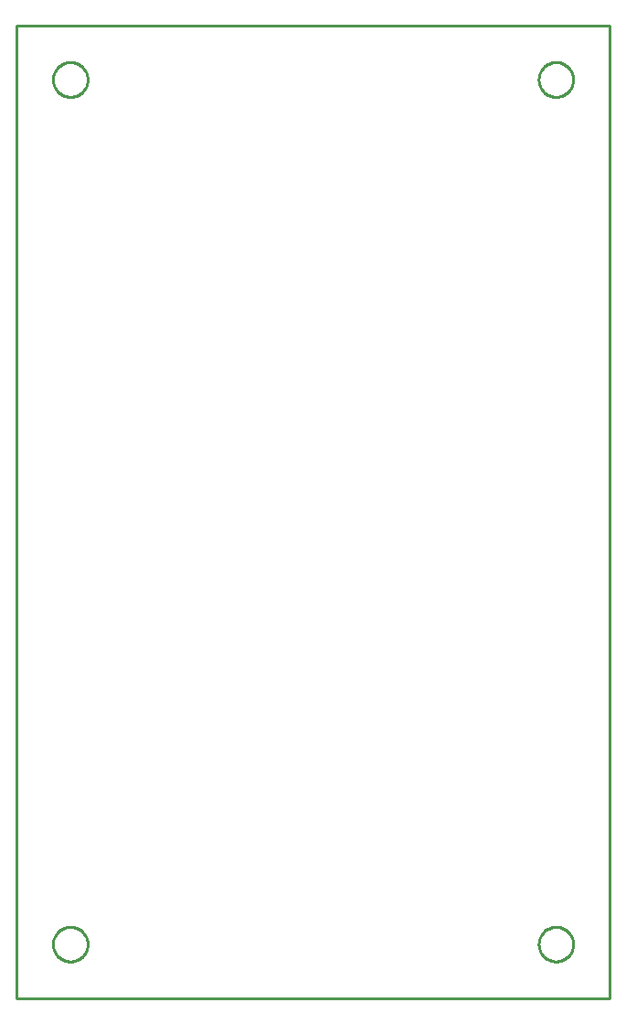
<source format=gbr>
G04 EAGLE Gerber RS-274X export*
G75*
%MOMM*%
%FSLAX34Y34*%
%LPD*%
%IN*%
%IPPOS*%
%AMOC8*
5,1,8,0,0,1.08239X$1,22.5*%
G01*
%ADD10C,0.254000*%


D10*
X0Y-900000D02*
X550000Y-900000D01*
X550000Y0D01*
X0Y0D01*
X0Y-900000D01*
X66000Y-850524D02*
X65932Y-851569D01*
X65795Y-852608D01*
X65590Y-853635D01*
X65319Y-854647D01*
X64983Y-855639D01*
X64582Y-856607D01*
X64118Y-857546D01*
X63595Y-858454D01*
X63013Y-859325D01*
X62375Y-860156D01*
X61684Y-860943D01*
X60943Y-861684D01*
X60156Y-862375D01*
X59325Y-863013D01*
X58454Y-863595D01*
X57546Y-864118D01*
X56607Y-864582D01*
X55639Y-864983D01*
X54647Y-865319D01*
X53635Y-865590D01*
X52608Y-865795D01*
X51569Y-865932D01*
X50524Y-866000D01*
X49476Y-866000D01*
X48431Y-865932D01*
X47392Y-865795D01*
X46365Y-865590D01*
X45353Y-865319D01*
X44361Y-864983D01*
X43393Y-864582D01*
X42454Y-864118D01*
X41546Y-863595D01*
X40675Y-863013D01*
X39844Y-862375D01*
X39057Y-861684D01*
X38316Y-860943D01*
X37625Y-860156D01*
X36988Y-859325D01*
X36406Y-858454D01*
X35882Y-857546D01*
X35418Y-856607D01*
X35017Y-855639D01*
X34681Y-854647D01*
X34410Y-853635D01*
X34205Y-852608D01*
X34069Y-851569D01*
X34000Y-850524D01*
X34000Y-849476D01*
X34069Y-848431D01*
X34205Y-847392D01*
X34410Y-846365D01*
X34681Y-845353D01*
X35017Y-844361D01*
X35418Y-843393D01*
X35882Y-842454D01*
X36406Y-841546D01*
X36988Y-840675D01*
X37625Y-839844D01*
X38316Y-839057D01*
X39057Y-838316D01*
X39844Y-837625D01*
X40675Y-836988D01*
X41546Y-836406D01*
X42454Y-835882D01*
X43393Y-835418D01*
X44361Y-835017D01*
X45353Y-834681D01*
X46365Y-834410D01*
X47392Y-834205D01*
X48431Y-834069D01*
X49476Y-834000D01*
X50524Y-834000D01*
X51569Y-834069D01*
X52608Y-834205D01*
X53635Y-834410D01*
X54647Y-834681D01*
X55639Y-835017D01*
X56607Y-835418D01*
X57546Y-835882D01*
X58454Y-836406D01*
X59325Y-836988D01*
X60156Y-837625D01*
X60943Y-838316D01*
X61684Y-839057D01*
X62375Y-839844D01*
X63013Y-840675D01*
X63595Y-841546D01*
X64118Y-842454D01*
X64582Y-843393D01*
X64983Y-844361D01*
X65319Y-845353D01*
X65590Y-846365D01*
X65795Y-847392D01*
X65932Y-848431D01*
X66000Y-849476D01*
X66000Y-850524D01*
X516000Y-850524D02*
X515932Y-851569D01*
X515795Y-852608D01*
X515590Y-853635D01*
X515319Y-854647D01*
X514983Y-855639D01*
X514582Y-856607D01*
X514118Y-857546D01*
X513595Y-858454D01*
X513013Y-859325D01*
X512375Y-860156D01*
X511684Y-860943D01*
X510943Y-861684D01*
X510156Y-862375D01*
X509325Y-863013D01*
X508454Y-863595D01*
X507546Y-864118D01*
X506607Y-864582D01*
X505639Y-864983D01*
X504647Y-865319D01*
X503635Y-865590D01*
X502608Y-865795D01*
X501569Y-865932D01*
X500524Y-866000D01*
X499476Y-866000D01*
X498431Y-865932D01*
X497392Y-865795D01*
X496365Y-865590D01*
X495353Y-865319D01*
X494361Y-864983D01*
X493393Y-864582D01*
X492454Y-864118D01*
X491546Y-863595D01*
X490675Y-863013D01*
X489844Y-862375D01*
X489057Y-861684D01*
X488316Y-860943D01*
X487625Y-860156D01*
X486988Y-859325D01*
X486406Y-858454D01*
X485882Y-857546D01*
X485418Y-856607D01*
X485017Y-855639D01*
X484681Y-854647D01*
X484410Y-853635D01*
X484205Y-852608D01*
X484069Y-851569D01*
X484000Y-850524D01*
X484000Y-849476D01*
X484069Y-848431D01*
X484205Y-847392D01*
X484410Y-846365D01*
X484681Y-845353D01*
X485017Y-844361D01*
X485418Y-843393D01*
X485882Y-842454D01*
X486406Y-841546D01*
X486988Y-840675D01*
X487625Y-839844D01*
X488316Y-839057D01*
X489057Y-838316D01*
X489844Y-837625D01*
X490675Y-836988D01*
X491546Y-836406D01*
X492454Y-835882D01*
X493393Y-835418D01*
X494361Y-835017D01*
X495353Y-834681D01*
X496365Y-834410D01*
X497392Y-834205D01*
X498431Y-834069D01*
X499476Y-834000D01*
X500524Y-834000D01*
X501569Y-834069D01*
X502608Y-834205D01*
X503635Y-834410D01*
X504647Y-834681D01*
X505639Y-835017D01*
X506607Y-835418D01*
X507546Y-835882D01*
X508454Y-836406D01*
X509325Y-836988D01*
X510156Y-837625D01*
X510943Y-838316D01*
X511684Y-839057D01*
X512375Y-839844D01*
X513013Y-840675D01*
X513595Y-841546D01*
X514118Y-842454D01*
X514582Y-843393D01*
X514983Y-844361D01*
X515319Y-845353D01*
X515590Y-846365D01*
X515795Y-847392D01*
X515932Y-848431D01*
X516000Y-849476D01*
X516000Y-850524D01*
X516000Y-50524D02*
X515932Y-51569D01*
X515795Y-52608D01*
X515590Y-53635D01*
X515319Y-54647D01*
X514983Y-55639D01*
X514582Y-56607D01*
X514118Y-57546D01*
X513595Y-58454D01*
X513013Y-59325D01*
X512375Y-60156D01*
X511684Y-60943D01*
X510943Y-61684D01*
X510156Y-62375D01*
X509325Y-63013D01*
X508454Y-63595D01*
X507546Y-64118D01*
X506607Y-64582D01*
X505639Y-64983D01*
X504647Y-65319D01*
X503635Y-65590D01*
X502608Y-65795D01*
X501569Y-65932D01*
X500524Y-66000D01*
X499476Y-66000D01*
X498431Y-65932D01*
X497392Y-65795D01*
X496365Y-65590D01*
X495353Y-65319D01*
X494361Y-64983D01*
X493393Y-64582D01*
X492454Y-64118D01*
X491546Y-63595D01*
X490675Y-63013D01*
X489844Y-62375D01*
X489057Y-61684D01*
X488316Y-60943D01*
X487625Y-60156D01*
X486988Y-59325D01*
X486406Y-58454D01*
X485882Y-57546D01*
X485418Y-56607D01*
X485017Y-55639D01*
X484681Y-54647D01*
X484410Y-53635D01*
X484205Y-52608D01*
X484069Y-51569D01*
X484000Y-50524D01*
X484000Y-49476D01*
X484069Y-48431D01*
X484205Y-47392D01*
X484410Y-46365D01*
X484681Y-45353D01*
X485017Y-44361D01*
X485418Y-43393D01*
X485882Y-42454D01*
X486406Y-41546D01*
X486988Y-40675D01*
X487625Y-39844D01*
X488316Y-39057D01*
X489057Y-38316D01*
X489844Y-37625D01*
X490675Y-36988D01*
X491546Y-36406D01*
X492454Y-35882D01*
X493393Y-35418D01*
X494361Y-35017D01*
X495353Y-34681D01*
X496365Y-34410D01*
X497392Y-34205D01*
X498431Y-34069D01*
X499476Y-34000D01*
X500524Y-34000D01*
X501569Y-34069D01*
X502608Y-34205D01*
X503635Y-34410D01*
X504647Y-34681D01*
X505639Y-35017D01*
X506607Y-35418D01*
X507546Y-35882D01*
X508454Y-36406D01*
X509325Y-36988D01*
X510156Y-37625D01*
X510943Y-38316D01*
X511684Y-39057D01*
X512375Y-39844D01*
X513013Y-40675D01*
X513595Y-41546D01*
X514118Y-42454D01*
X514582Y-43393D01*
X514983Y-44361D01*
X515319Y-45353D01*
X515590Y-46365D01*
X515795Y-47392D01*
X515932Y-48431D01*
X516000Y-49476D01*
X516000Y-50524D01*
X66000Y-50524D02*
X65932Y-51569D01*
X65795Y-52608D01*
X65590Y-53635D01*
X65319Y-54647D01*
X64983Y-55639D01*
X64582Y-56607D01*
X64118Y-57546D01*
X63595Y-58454D01*
X63013Y-59325D01*
X62375Y-60156D01*
X61684Y-60943D01*
X60943Y-61684D01*
X60156Y-62375D01*
X59325Y-63013D01*
X58454Y-63595D01*
X57546Y-64118D01*
X56607Y-64582D01*
X55639Y-64983D01*
X54647Y-65319D01*
X53635Y-65590D01*
X52608Y-65795D01*
X51569Y-65932D01*
X50524Y-66000D01*
X49476Y-66000D01*
X48431Y-65932D01*
X47392Y-65795D01*
X46365Y-65590D01*
X45353Y-65319D01*
X44361Y-64983D01*
X43393Y-64582D01*
X42454Y-64118D01*
X41546Y-63595D01*
X40675Y-63013D01*
X39844Y-62375D01*
X39057Y-61684D01*
X38316Y-60943D01*
X37625Y-60156D01*
X36988Y-59325D01*
X36406Y-58454D01*
X35882Y-57546D01*
X35418Y-56607D01*
X35017Y-55639D01*
X34681Y-54647D01*
X34410Y-53635D01*
X34205Y-52608D01*
X34069Y-51569D01*
X34000Y-50524D01*
X34000Y-49476D01*
X34069Y-48431D01*
X34205Y-47392D01*
X34410Y-46365D01*
X34681Y-45353D01*
X35017Y-44361D01*
X35418Y-43393D01*
X35882Y-42454D01*
X36406Y-41546D01*
X36988Y-40675D01*
X37625Y-39844D01*
X38316Y-39057D01*
X39057Y-38316D01*
X39844Y-37625D01*
X40675Y-36988D01*
X41546Y-36406D01*
X42454Y-35882D01*
X43393Y-35418D01*
X44361Y-35017D01*
X45353Y-34681D01*
X46365Y-34410D01*
X47392Y-34205D01*
X48431Y-34069D01*
X49476Y-34000D01*
X50524Y-34000D01*
X51569Y-34069D01*
X52608Y-34205D01*
X53635Y-34410D01*
X54647Y-34681D01*
X55639Y-35017D01*
X56607Y-35418D01*
X57546Y-35882D01*
X58454Y-36406D01*
X59325Y-36988D01*
X60156Y-37625D01*
X60943Y-38316D01*
X61684Y-39057D01*
X62375Y-39844D01*
X63013Y-40675D01*
X63595Y-41546D01*
X64118Y-42454D01*
X64582Y-43393D01*
X64983Y-44361D01*
X65319Y-45353D01*
X65590Y-46365D01*
X65795Y-47392D01*
X65932Y-48431D01*
X66000Y-49476D01*
X66000Y-50524D01*
M02*

</source>
